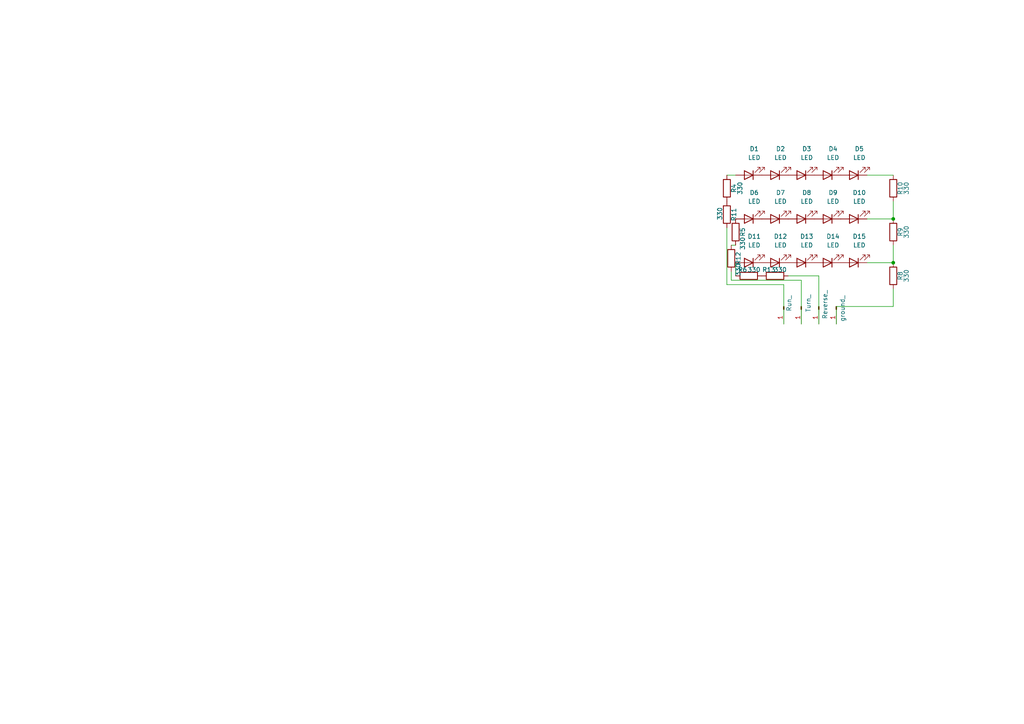
<source format=kicad_sch>
(kicad_sch (version 20250114) (generator "eeschema") (generator_version "9.0")
  (paper "A4")
  (lib_symbols
    (symbol "Connector:Conn_01x01_Pin" (pin_names (offset 1.016) (hide yes))
      (property "Reference" "J" (at 0 2.54 0))
      (property "Value" "Conn_01x01_Pin" (at 0 -2.54 0))
      (symbol "Conn_01x01_Pin_1_1"
        (rectangle (start 0.8636 0.127) (end 0 -0.127) (stroke (width 0.1524)) (fill (type outline)))
        (polyline (pts (xy 1.27 0) (xy 0.8636 0)) (stroke (width 0.1524)))
        (pin passive line (at 5.08 0 180) (length 3.81) (name "Pin_1") (number "1"))
      )
    )
    (symbol "Device:LED" (pin_numbers (hide yes)) (pin_names (offset 1.016) (hide yes))
      (property "Reference" "D" (at 0 2.54 0))
      (property "Value" "LED" (at 0 -2.54 0))
      (symbol "LED_0_1"
        (polyline (pts (xy -3.048 -0.762) (xy -4.572 -2.286) (xy -3.81 -2.286) (xy -4.572 -2.286) (xy -4.572 -1.524)))
        (polyline (pts (xy -1.778 -0.762) (xy -3.302 -2.286) (xy -2.54 -2.286) (xy -3.302 -2.286) (xy -3.302 -1.524)))
        (polyline (pts (xy -1.27 0) (xy 1.27 0)))
        (polyline (pts (xy -1.27 -1.27) (xy -1.27 1.27)) (stroke (width 0.254)))
        (polyline (pts (xy 1.27 -1.27) (xy 1.27 1.27) (xy -1.27 0) (xy 1.27 -1.27)) (stroke (width 0.254)))
      )
      (symbol "LED_1_1"
        (pin passive line (at -3.81 0 0) (length 2.54) (name "K") (number "1"))
        (pin passive line (at 3.81 0 180) (length 2.54) (name "A") (number "2"))
      )
    )
    (symbol "Device:R" (pin_numbers (hide yes)) (pin_names (offset 0))
      (property "Reference" "R" (at 2.032 0 90))
      (property "Value" "R" (at 0 0 90))
      (symbol "R_0_1"
        (rectangle (start -1.016 -2.54) (end 1.016 2.54) (stroke (width 0.254)))
      )
      (symbol "R_1_1"
        (pin passive line (at 0 3.81 270) (length 1.27) (name "~") (number "1"))
        (pin passive line (at 0 -3.81 90) (length 1.27) (name "~") (number "2"))
      )
    )
  )
  (junction (at 259.08 63.5))
  (junction (at 259.08 76.2))
  (wire (pts (xy 212.09 78.74) (xy 212.09 81.28)))
  (wire (pts (xy 251.46 50.8) (xy 259.08 50.8)))
  (wire (pts (xy 228.6 80.01) (xy 237.49 80.01)))
  (wire (pts (xy 251.46 63.5) (xy 259.08 63.5)))
  (wire (pts (xy 232.41 81.28) (xy 232.41 93.98)))
  (wire (pts (xy 212.09 71.12) (xy 213.36 71.12)))
  (wire (pts (xy 227.33 82.55) (xy 210.82 82.55)))
  (wire (pts (xy 213.36 80.01) (xy 213.36 76.2)))
  (wire (pts (xy 259.08 83.82) (xy 259.08 88.9)))
  (wire (pts (xy 237.49 80.01) (xy 237.49 93.98)))
  (wire (pts (xy 242.57 88.9) (xy 259.08 88.9)))
  (wire (pts (xy 251.46 76.2) (xy 259.08 76.2)))
  (wire (pts (xy 227.33 82.55) (xy 227.33 93.98)))
  (wire (pts (xy 232.41 81.28) (xy 212.09 81.28)))
  (wire (pts (xy 210.82 50.8) (xy 213.36 50.8)))
  (wire (pts (xy 242.57 88.9) (xy 242.57 93.98)))
  (wire (pts (xy 259.08 58.42) (xy 259.08 63.5)))
  (wire (pts (xy 259.08 71.12) (xy 259.08 76.2)))
  (wire (pts (xy 210.82 66.04) (xy 210.82 82.55)))
  (symbol (lib_id "Device:R") (at 210.82 62.23 180) (unit 1)
    (property "Reference" "R11" (at 212.852 62.23 90))
    (property "Value" "330" (at 208.788 61.976 90))
    (property "Footprint" "Resistor_SMD:R_1206_3216Metric_Pad1.30x1.75mm_HandSolder" (effects (hide yes)))
    (property "Description" "Resistor" (effects (hide yes)))
  )
  (symbol (lib_id "Device:LED") (at 240.03 50.8 180) (unit 1)
    (property "Reference" "D4" (at 241.6175 43.18 0))
    (property "Value" "LED" (at 241.6175 45.72 0))
    (property "Footprint" "LED_SMD:LED_1206_3216Metric_Pad1.42x1.75mm_HandSolder" (effects (hide yes)))
    (property "Description" "Light emitting diode" (effects (hide yes)))
    (property "Sim.Pins" "1=K 2=A" (effects (hide yes)))
  )
  (symbol (lib_id "Device:LED") (at 224.79 50.8 180) (unit 1)
    (property "Reference" "D2" (at 226.3775 43.18 0))
    (property "Value" "LED" (at 226.3775 45.72 0))
    (property "Footprint" "LED_SMD:LED_1206_3216Metric_Pad1.42x1.75mm_HandSolder" (effects (hide yes)))
    (property "Description" "Light emitting diode" (effects (hide yes)))
    (property "Sim.Pins" "1=K 2=A" (effects (hide yes)))
  )
  (symbol (lib_id "Device:LED") (at 247.65 76.2 180) (unit 1)
    (property "Reference" "D15" (at 249.2375 68.58 0))
    (property "Value" "LED" (at 249.2375 71.12 0))
    (property "Footprint" "LED_SMD:LED_1206_3216Metric_Pad1.42x1.75mm_HandSolder" (effects (hide yes)))
    (property "Description" "Light emitting diode" (effects (hide yes)))
    (property "Sim.Pins" "1=K 2=A" (effects (hide yes)))
  )
  (symbol (lib_id "Device:LED") (at 232.41 50.8 180) (unit 1)
    (property "Reference" "D3" (at 233.9975 43.18 0))
    (property "Value" "LED" (at 233.9975 45.72 0))
    (property "Footprint" "LED_SMD:LED_1206_3216Metric_Pad1.42x1.75mm_HandSolder" (effects (hide yes)))
    (property "Description" "Light emitting diode" (effects (hide yes)))
    (property "Sim.Pins" "1=K 2=A" (effects (hide yes)))
  )
  (symbol (lib_id "Device:LED") (at 217.17 76.2 180) (unit 1)
    (property "Reference" "D11" (at 218.7575 68.58 0))
    (property "Value" "LED" (at 218.7575 71.12 0))
    (property "Footprint" "LED_SMD:LED_1206_3216Metric_Pad1.42x1.75mm_HandSolder" (effects (hide yes)))
    (property "Description" "Light emitting diode" (effects (hide yes)))
    (property "Sim.Pins" "1=K 2=A" (effects (hide yes)))
  )
  (symbol (lib_id "Device:R") (at 213.36 67.31 180) (unit 1)
    (property "Reference" "R5" (at 215.392 67.31 90))
    (property "Value" "330" (at 215.392 70.612 90))
    (property "Footprint" "Resistor_SMD:R_1206_3216Metric_Pad1.30x1.75mm_HandSolder" (effects (hide yes)))
    (property "Description" "Resistor" (effects (hide yes)))
  )
  (symbol (lib_id "Device:LED") (at 232.41 63.5 180) (unit 1)
    (property "Reference" "D8" (at 233.9975 55.88 0))
    (property "Value" "LED" (at 233.9975 58.42 0))
    (property "Footprint" "LED_SMD:LED_1206_3216Metric_Pad1.42x1.75mm_HandSolder" (effects (hide yes)))
    (property "Description" "Light emitting diode" (effects (hide yes)))
    (property "Sim.Pins" "1=K 2=A" (effects (hide yes)))
  )
  (symbol (lib_id "Device:R") (at 217.17 80.01 270) (unit 1)
    (property "Reference" "R6" (at 215.392 78.232 90))
    (property "Value" "330" (at 218.694 78.232 90))
    (property "Footprint" "Resistor_SMD:R_1206_3216Metric_Pad1.30x1.75mm_HandSolder" (effects (hide yes)))
    (property "Description" "Resistor" (effects (hide yes)))
  )
  (symbol (lib_id "Connector:Conn_01x01_Pin") (at 242.57 88.9 270) (unit 1)
    (property "Reference" "J16" (effects (hide yes)))
    (property "Value" "ground_" (at 244.348 85.598 0) (effects (justify left)))
    (property "Footprint" "Connector_PinHeader_2.54mm:PinHeader_1x01_P2.54mm_Vertical" (effects (hide yes)))
    (property "Description" "Generic connector, single row, 01x01, script generated" (effects (hide yes)))
  )
  (symbol (lib_id "Device:LED") (at 240.03 63.5 180) (unit 1)
    (property "Reference" "D9" (at 241.6175 55.88 0))
    (property "Value" "LED" (at 241.6175 58.42 0))
    (property "Footprint" "LED_SMD:LED_1206_3216Metric_Pad1.42x1.75mm_HandSolder" (effects (hide yes)))
    (property "Description" "Light emitting diode" (effects (hide yes)))
    (property "Sim.Pins" "1=K 2=A" (effects (hide yes)))
  )
  (symbol (lib_id "Device:R") (at 212.09 74.93 180) (unit 1)
    (property "Reference" "R12" (at 214.122 74.93 90))
    (property "Value" "330" (at 214.122 78.232 90))
    (property "Footprint" "Resistor_SMD:R_1206_3216Metric_Pad1.30x1.75mm_HandSolder" (effects (hide yes)))
    (property "Description" "Resistor" (effects (hide yes)))
  )
  (symbol (lib_id "Device:LED") (at 232.41 76.2 180) (unit 1)
    (property "Reference" "D13" (at 233.9975 68.58 0))
    (property "Value" "LED" (at 233.9975 71.12 0))
    (property "Footprint" "LED_SMD:LED_1206_3216Metric_Pad1.42x1.75mm_HandSolder" (effects (hide yes)))
    (property "Description" "Light emitting diode" (effects (hide yes)))
    (property "Sim.Pins" "1=K 2=A" (effects (hide yes)))
  )
  (symbol (lib_id "Device:LED") (at 224.79 76.2 180) (unit 1)
    (property "Reference" "D12" (at 226.3775 68.58 0))
    (property "Value" "LED" (at 226.3775 71.12 0))
    (property "Footprint" "LED_SMD:LED_1206_3216Metric_Pad1.42x1.75mm_HandSolder" (effects (hide yes)))
    (property "Description" "Light emitting diode" (effects (hide yes)))
    (property "Sim.Pins" "1=K 2=A" (effects (hide yes)))
  )
  (symbol (lib_id "Device:LED") (at 247.65 50.8 180) (unit 1)
    (property "Reference" "D5" (at 249.2375 43.18 0))
    (property "Value" "LED" (at 249.2375 45.72 0))
    (property "Footprint" "LED_SMD:LED_1206_3216Metric_Pad1.42x1.75mm_HandSolder" (effects (hide yes)))
    (property "Description" "Light emitting diode" (effects (hide yes)))
    (property "Sim.Pins" "1=K 2=A" (effects (hide yes)))
  )
  (symbol (lib_id "Device:LED") (at 217.17 63.5 180) (unit 1)
    (property "Reference" "D6" (at 218.7575 55.88 0))
    (property "Value" "LED" (at 218.7575 58.42 0))
    (property "Footprint" "LED_SMD:LED_1206_3216Metric_Pad1.42x1.75mm_HandSolder" (effects (hide yes)))
    (property "Description" "Light emitting diode" (effects (hide yes)))
    (property "Sim.Pins" "1=K 2=A" (effects (hide yes)))
  )
  (symbol (lib_id "Connector:Conn_01x01_Pin") (at 227.33 88.9 270) (unit 1)
    (property "Reference" "J13" (effects (hide yes)))
    (property "Value" "Run_" (at 228.854 85.598 0) (effects (justify left)))
    (property "Footprint" "Connector_PinHeader_2.54mm:PinHeader_1x01_P2.54mm_Vertical" (effects (hide yes)))
    (property "Description" "Generic connector, single row, 01x01, script generated" (effects (hide yes)))
  )
  (symbol (lib_id "Device:R") (at 259.08 67.31 180) (unit 1)
    (property "Reference" "R9" (at 261.112 67.31 90))
    (property "Value" "330" (at 262.89 67.31 90))
    (property "Footprint" "Resistor_SMD:R_1206_3216Metric_Pad1.30x1.75mm_HandSolder" (effects (hide yes)))
    (property "Description" "Resistor" (effects (hide yes)))
  )
  (symbol (lib_id "Device:LED") (at 217.17 50.8 180) (unit 1)
    (property "Reference" "D1" (at 218.7575 43.18 0))
    (property "Value" "LED" (at 218.7575 45.72 0))
    (property "Footprint" "LED_SMD:LED_1206_3216Metric_Pad1.42x1.75mm_HandSolder" (effects (hide yes)))
    (property "Description" "Light emitting diode" (effects (hide yes)))
    (property "Sim.Pins" "1=K 2=A" (effects (hide yes)))
  )
  (symbol (lib_id "Connector:Conn_01x01_Pin") (at 232.41 88.9 270) (unit 1)
    (property "Reference" "J14" (effects (hide yes)))
    (property "Value" "Turn_" (at 234.442 85.344 0) (effects (justify left)))
    (property "Footprint" "Connector_PinHeader_2.54mm:PinHeader_1x01_P2.54mm_Vertical" (effects (hide yes)))
    (property "Description" "Generic connector, single row, 01x01, script generated" (effects (hide yes)))
  )
  (symbol (lib_id "Device:LED") (at 247.65 63.5 180) (unit 1)
    (property "Reference" "D10" (at 249.2375 55.88 0))
    (property "Value" "LED" (at 249.2375 58.42 0))
    (property "Footprint" "LED_SMD:LED_1206_3216Metric_Pad1.42x1.75mm_HandSolder" (effects (hide yes)))
    (property "Description" "Light emitting diode" (effects (hide yes)))
    (property "Sim.Pins" "1=K 2=A" (effects (hide yes)))
  )
  (symbol (lib_id "Device:LED") (at 240.03 76.2 180) (unit 1)
    (property "Reference" "D14" (at 241.6175 68.58 0))
    (property "Value" "LED" (at 241.6175 71.12 0))
    (property "Footprint" "LED_SMD:LED_1206_3216Metric_Pad1.42x1.75mm_HandSolder" (effects (hide yes)))
    (property "Description" "Light emitting diode" (effects (hide yes)))
    (property "Sim.Pins" "1=K 2=A" (effects (hide yes)))
  )
  (symbol (lib_id "Device:R") (at 259.08 54.61 180) (unit 1)
    (property "Reference" "R10" (at 261.112 54.61 90))
    (property "Value" "330" (at 262.89 54.61 90))
    (property "Footprint" "Resistor_SMD:R_1206_3216Metric_Pad1.30x1.75mm_HandSolder" (effects (hide yes)))
    (property "Description" "Resistor" (effects (hide yes)))
  )
  (symbol (lib_id "Device:R") (at 210.82 54.61 180) (unit 1)
    (property "Reference" "R4" (at 212.852 54.61 90))
    (property "Value" "330" (at 214.63 54.61 90))
    (property "Footprint" "Resistor_SMD:R_1206_3216Metric_Pad1.30x1.75mm_HandSolder" (effects (hide yes)))
    (property "Description" "Resistor" (effects (hide yes)))
  )
  (symbol (lib_id "Connector:Conn_01x01_Pin") (at 237.49 88.9 270) (unit 1)
    (property "Reference" "J15" (effects (hide yes)))
    (property "Value" "Reverse_" (at 239.268 84.074 0) (effects (justify left)))
    (property "Footprint" "Connector_PinHeader_2.54mm:PinHeader_1x01_P2.54mm_Vertical" (effects (hide yes)))
    (property "Description" "Generic connector, single row, 01x01, script generated" (effects (hide yes)))
  )
  (symbol (lib_id "Device:LED") (at 224.79 63.5 180) (unit 1)
    (property "Reference" "D7" (at 226.3775 55.88 0))
    (property "Value" "LED" (at 226.3775 58.42 0))
    (property "Footprint" "LED_SMD:LED_1206_3216Metric_Pad1.42x1.75mm_HandSolder" (effects (hide yes)))
    (property "Description" "Light emitting diode" (effects (hide yes)))
    (property "Sim.Pins" "1=K 2=A" (effects (hide yes)))
  )
  (symbol (lib_id "Device:R") (at 224.79 80.01 270) (unit 1)
    (property "Reference" "R13" (at 223.012 78.232 90))
    (property "Value" "330" (at 226.314 78.232 90))
    (property "Footprint" "Resistor_SMD:R_1206_3216Metric_Pad1.30x1.75mm_HandSolder" (effects (hide yes)))
    (property "Description" "Resistor" (effects (hide yes)))
  )
  (symbol (lib_id "Device:R") (at 259.08 80.01 180) (unit 1)
    (property "Reference" "R8" (at 261.112 80.01 90))
    (property "Value" "330" (at 262.89 80.01 90))
    (property "Footprint" "Resistor_SMD:R_1206_3216Metric_Pad1.30x1.75mm_HandSolder" (effects (hide yes)))
    (property "Description" "Resistor" (effects (hide yes)))
  )
)
</source>
